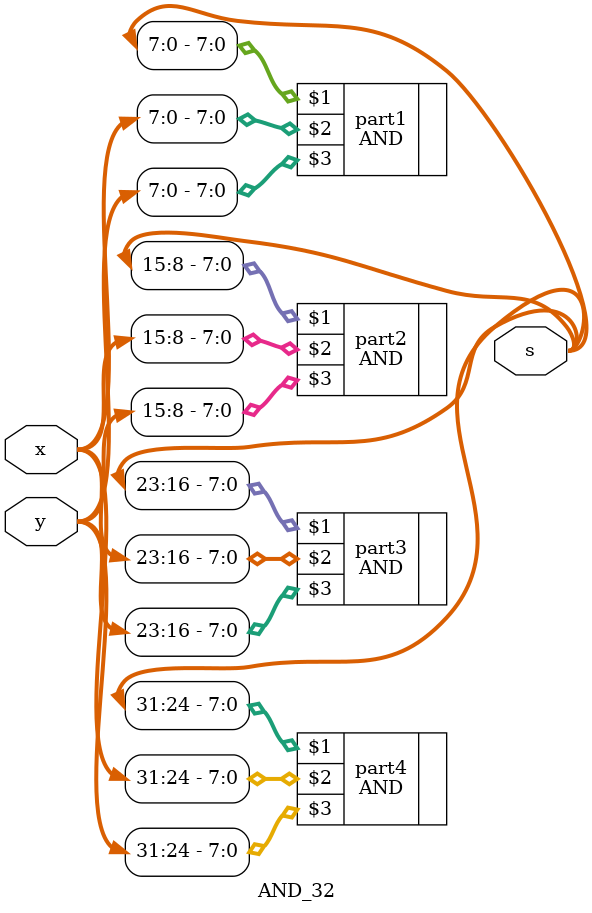
<source format=v>
`timescale 1ns / 1ps


module AND_32 # (parameter WIDTH = 32) (input[WIDTH-1:0] x, 
    input[WIDTH-1:0] y,
    output[WIDTH-1:0] s
    );
    AND part1(s[7:0],x[7:0],y[7:0]);
    AND part2(s[15:8],x[15:8],y[15:8]);
    AND part3(s[23:16],x[23:16],y[23:16]);
    AND part4(s[31:24],x[31:24],y[31:24]);
endmodule

</source>
